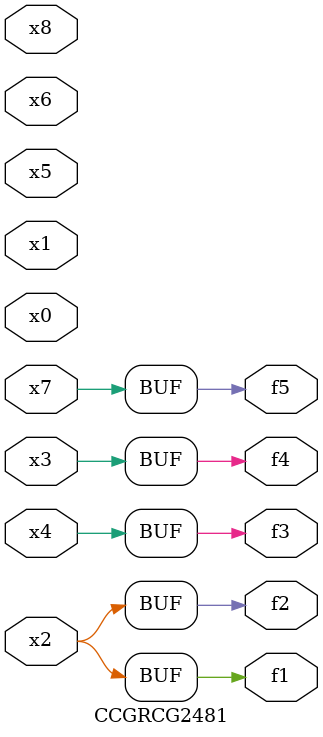
<source format=v>
module CCGRCG2481(
	input x0, x1, x2, x3, x4, x5, x6, x7, x8,
	output f1, f2, f3, f4, f5
);
	assign f1 = x2;
	assign f2 = x2;
	assign f3 = x4;
	assign f4 = x3;
	assign f5 = x7;
endmodule

</source>
